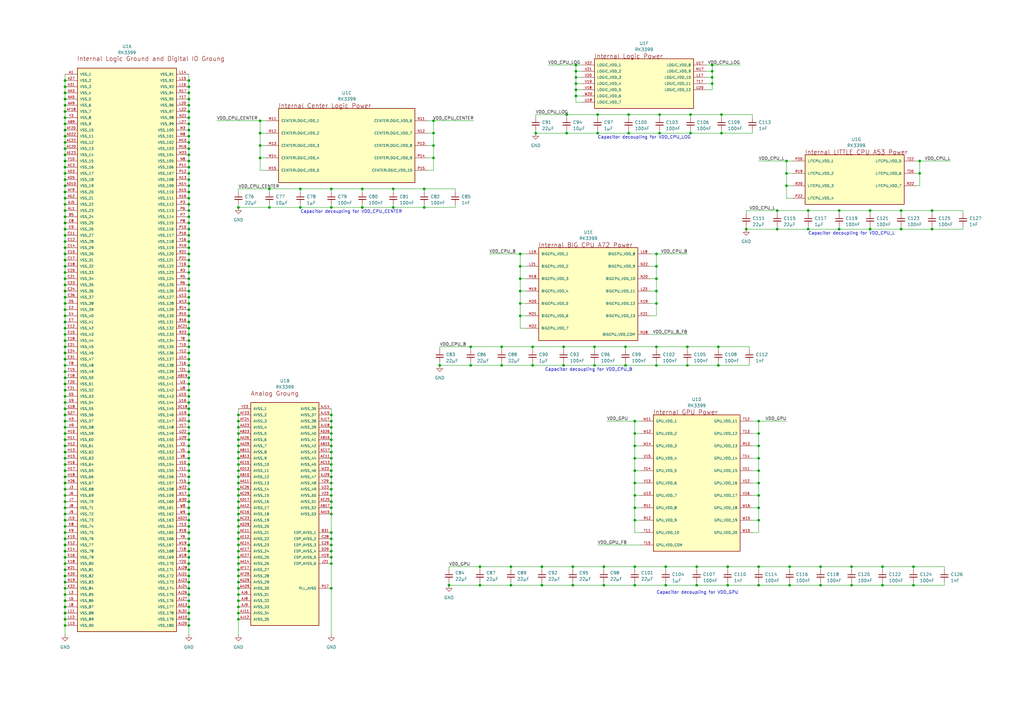
<source format=kicad_sch>
(kicad_sch (version 20230121) (generator eeschema)
  (paper "A3")
  (title_block (title "Power digital and analog processor ") (date "2023-04-05") (rev "A"))
  (junction (at 26.67 124.46))
  (junction (at 77.47 228.6))
  (junction (at 196.85 232.41))
  (junction (at 26.67 53.34))
  (junction (at 231.14 142.24))
  (junction (at 209.55 240.03))
  (junction (at 97.79 180.34))
  (junction (at 243.84 142.24))
  (junction (at 369.57 86.36))
  (junction (at 26.67 114.3))
  (junction (at 231.14 149.86))
  (junction (at 26.67 177.8))
  (junction (at 77.47 251.46))
  (junction (at 269.24 142.24))
  (junction (at 97.79 170.18))
  (junction (at 323.85 240.03))
  (junction (at 281.94 142.24))
  (junction (at 193.04 142.24))
  (junction (at 77.47 208.28))
  (junction (at 26.67 104.14))
  (junction (at 298.45 232.41))
  (junction (at 97.79 203.2))
  (junction (at 135.89 193.04))
  (junction (at 331.47 93.98))
  (junction (at 344.17 86.36))
  (junction (at 294.64 149.86))
  (junction (at 135.89 77.47))
  (junction (at 26.67 198.12))
  (junction (at 269.24 119.38))
  (junction (at 77.47 254))
  (junction (at 213.36 124.46))
  (junction (at 377.19 71.12))
  (junction (at 26.67 68.58))
  (junction (at 26.67 228.6))
  (junction (at 356.87 86.36))
  (junction (at 77.47 96.52))
  (junction (at 26.67 139.7))
  (junction (at 260.35 240.03))
  (junction (at 148.59 77.47))
  (junction (at 97.79 185.42))
  (junction (at 77.47 160.02))
  (junction (at 26.67 60.96))
  (junction (at 77.47 165.1))
  (junction (at 26.67 167.64))
  (junction (at 26.67 172.72))
  (junction (at 77.47 60.96))
  (junction (at 26.67 246.38))
  (junction (at 77.47 114.3))
  (junction (at 292.1 31.75))
  (junction (at 135.89 185.42))
  (junction (at 26.67 48.26))
  (junction (at 26.67 180.34))
  (junction (at 110.49 85.09))
  (junction (at 77.47 35.56))
  (junction (at 270.51 54.61))
  (junction (at 77.47 162.56))
  (junction (at 97.79 254))
  (junction (at 26.67 91.44))
  (junction (at 26.67 142.24))
  (junction (at 97.79 243.84))
  (junction (at 77.47 256.54))
  (junction (at 26.67 134.62))
  (junction (at 77.47 167.64))
  (junction (at 26.67 205.74))
  (junction (at 260.35 182.88))
  (junction (at 26.67 83.82))
  (junction (at 236.22 39.37))
  (junction (at 26.67 88.9))
  (junction (at 97.79 215.9))
  (junction (at 26.67 149.86))
  (junction (at 77.47 101.6))
  (junction (at 26.67 101.6))
  (junction (at 26.67 226.06))
  (junction (at 97.79 182.88))
  (junction (at 135.89 200.66))
  (junction (at 26.67 251.46))
  (junction (at 382.27 93.98))
  (junction (at 369.57 93.98))
  (junction (at 135.89 208.28))
  (junction (at 322.58 71.12))
  (junction (at 26.67 210.82))
  (junction (at 97.79 177.8))
  (junction (at 377.19 66.04))
  (junction (at 26.67 160.02))
  (junction (at 26.67 185.42))
  (junction (at 77.47 38.1))
  (junction (at 26.67 223.52))
  (junction (at 77.47 233.68))
  (junction (at 26.67 121.92))
  (junction (at 135.89 170.18))
  (junction (at 77.47 215.9))
  (junction (at 213.36 104.14))
  (junction (at 173.99 85.09))
  (junction (at 26.67 241.3))
  (junction (at 26.67 132.08))
  (junction (at 336.55 232.41))
  (junction (at 311.15 177.8))
  (junction (at 243.84 149.86))
  (junction (at 311.15 203.2))
  (junction (at 77.47 182.88))
  (junction (at 26.67 93.98))
  (junction (at 382.27 86.36))
  (junction (at 26.67 50.8))
  (junction (at 77.47 86.36))
  (junction (at 97.79 198.12))
  (junction (at 106.68 64.77))
  (junction (at 106.68 49.53))
  (junction (at 26.67 38.1))
  (junction (at 260.35 198.12))
  (junction (at 135.89 180.34))
  (junction (at 77.47 66.04))
  (junction (at 234.95 232.41))
  (junction (at 234.95 240.03))
  (junction (at 77.47 238.76))
  (junction (at 77.47 119.38))
  (junction (at 77.47 236.22))
  (junction (at 177.8 54.61))
  (junction (at 77.47 53.34))
  (junction (at 97.79 233.68))
  (junction (at 77.47 116.84))
  (junction (at 135.89 187.96))
  (junction (at 26.67 73.66))
  (junction (at 97.79 228.6))
  (junction (at 295.91 54.61))
  (junction (at 298.45 240.03))
  (junction (at 26.67 76.2))
  (junction (at 26.67 243.84))
  (junction (at 77.47 218.44))
  (junction (at 26.67 165.1))
  (junction (at 245.11 54.61))
  (junction (at 26.67 116.84))
  (junction (at 257.81 46.99))
  (junction (at 135.89 195.58))
  (junction (at 26.67 154.94))
  (junction (at 77.47 88.9))
  (junction (at 26.67 144.78))
  (junction (at 26.67 187.96))
  (junction (at 311.15 208.28))
  (junction (at 26.67 86.36))
  (junction (at 77.47 139.7))
  (junction (at 135.89 218.44))
  (junction (at 77.47 109.22))
  (junction (at 294.64 142.24))
  (junction (at 135.89 175.26))
  (junction (at 77.47 137.16))
  (junction (at 77.47 48.26))
  (junction (at 26.67 200.66))
  (junction (at 26.67 81.28))
  (junction (at 311.15 172.72))
  (junction (at 292.1 34.29))
  (junction (at 123.19 85.09))
  (junction (at 26.67 170.18))
  (junction (at 123.19 77.47))
  (junction (at 77.47 190.5))
  (junction (at 184.15 240.03))
  (junction (at 97.79 223.52))
  (junction (at 236.22 34.29))
  (junction (at 97.79 172.72))
  (junction (at 77.47 40.64))
  (junction (at 77.47 220.98))
  (junction (at 77.47 55.88))
  (junction (at 311.15 182.88))
  (junction (at 209.55 232.41))
  (junction (at 77.47 104.14))
  (junction (at 97.79 205.74))
  (junction (at 77.47 243.84))
  (junction (at 219.71 54.61))
  (junction (at 77.47 187.96))
  (junction (at 177.8 59.69))
  (junction (at 77.47 78.74))
  (junction (at 77.47 106.68))
  (junction (at 361.95 240.03))
  (junction (at 77.47 111.76))
  (junction (at 269.24 109.22))
  (junction (at 26.67 129.54))
  (junction (at 26.67 35.56))
  (junction (at 77.47 226.06))
  (junction (at 270.51 46.99))
  (junction (at 311.15 193.04))
  (junction (at 173.99 77.47))
  (junction (at 193.04 149.86))
  (junction (at 26.67 190.5))
  (junction (at 161.29 85.09))
  (junction (at 97.79 226.06))
  (junction (at 77.47 121.92))
  (junction (at 77.47 99.06))
  (junction (at 135.89 182.88))
  (junction (at 285.75 240.03))
  (junction (at 26.67 58.42))
  (junction (at 135.89 85.09))
  (junction (at 135.89 203.2))
  (junction (at 135.89 226.06))
  (junction (at 97.79 251.46))
  (junction (at 26.67 254))
  (junction (at 283.21 46.99))
  (junction (at 135.89 198.12))
  (junction (at 247.65 240.03))
  (junction (at 77.47 63.5))
  (junction (at 97.79 175.26))
  (junction (at 106.68 54.61))
  (junction (at 311.15 198.12))
  (junction (at 180.34 149.86))
  (junction (at 77.47 180.34))
  (junction (at 77.47 149.86))
  (junction (at 236.22 29.21))
  (junction (at 26.67 195.58))
  (junction (at 77.47 76.2))
  (junction (at 77.47 248.92))
  (junction (at 77.47 185.42))
  (junction (at 77.47 177.8))
  (junction (at 213.36 129.54))
  (junction (at 77.47 175.26))
  (junction (at 77.47 43.18))
  (junction (at 26.67 213.36))
  (junction (at 26.67 152.4))
  (junction (at 77.47 205.74))
  (junction (at 135.89 241.3))
  (junction (at 273.05 240.03))
  (junction (at 77.47 213.36))
  (junction (at 77.47 170.18))
  (junction (at 77.47 127))
  (junction (at 26.67 220.98))
  (junction (at 322.58 66.04))
  (junction (at 236.22 26.67))
  (junction (at 77.47 154.94))
  (junction (at 232.41 46.99))
  (junction (at 26.67 193.04))
  (junction (at 205.74 149.86))
  (junction (at 196.85 240.03))
  (junction (at 26.67 45.72))
  (junction (at 77.47 50.8))
  (junction (at 213.36 114.3))
  (junction (at 135.89 190.5))
  (junction (at 292.1 26.67))
  (junction (at 97.79 248.92))
  (junction (at 26.67 66.04))
  (junction (at 97.79 190.5))
  (junction (at 336.55 240.03))
  (junction (at 106.68 59.69))
  (junction (at 135.89 210.82))
  (junction (at 318.77 93.98))
  (junction (at 26.67 208.28))
  (junction (at 218.44 142.24))
  (junction (at 97.79 218.44))
  (junction (at 26.67 43.18))
  (junction (at 26.67 175.26))
  (junction (at 77.47 152.4))
  (junction (at 110.49 77.47))
  (junction (at 26.67 96.52))
  (junction (at 26.67 203.2))
  (junction (at 97.79 236.22))
  (junction (at 26.67 127))
  (junction (at 273.05 232.41))
  (junction (at 135.89 177.8))
  (junction (at 77.47 172.72))
  (junction (at 97.79 208.28))
  (junction (at 311.15 213.36))
  (junction (at 260.35 232.41))
  (junction (at 26.67 162.56))
  (junction (at 77.47 129.54))
  (junction (at 26.67 238.76))
  (junction (at 26.67 147.32))
  (junction (at 97.79 187.96))
  (junction (at 322.58 76.2))
  (junction (at 236.22 31.75))
  (junction (at 177.8 49.53))
  (junction (at 349.25 240.03))
  (junction (at 97.79 213.36))
  (junction (at 292.1 29.21))
  (junction (at 245.11 46.99))
  (junction (at 26.67 63.5))
  (junction (at 77.47 223.52))
  (junction (at 77.47 210.82))
  (junction (at 260.35 177.8))
  (junction (at 77.47 132.08))
  (junction (at 26.67 215.9))
  (junction (at 26.67 109.22))
  (junction (at 260.35 172.72))
  (junction (at 77.47 144.78))
  (junction (at 77.47 142.24))
  (junction (at 77.47 203.2))
  (junction (at 26.67 111.76))
  (junction (at 26.67 40.64))
  (junction (at 97.79 85.09))
  (junction (at 256.54 149.86))
  (junction (at 26.67 119.38))
  (junction (at 97.79 210.82))
  (junction (at 218.44 149.86))
  (junction (at 77.47 198.12))
  (junction (at 26.67 248.92))
  (junction (at 77.47 147.32))
  (junction (at 26.67 182.88))
  (junction (at 374.65 232.41))
  (junction (at 77.47 58.42))
  (junction (at 26.67 99.06))
  (junction (at 260.35 187.96))
  (junction (at 26.67 236.22))
  (junction (at 77.47 246.38))
  (junction (at 283.21 54.61))
  (junction (at 97.79 246.38))
  (junction (at 77.47 193.04))
  (junction (at 97.79 241.3))
  (junction (at 311.15 232.41))
  (junction (at 77.47 134.62))
  (junction (at 269.24 149.86))
  (junction (at 344.17 93.98))
  (junction (at 148.59 85.09))
  (junction (at 269.24 104.14))
  (junction (at 311.15 240.03))
  (junction (at 349.25 232.41))
  (junction (at 77.47 241.3))
  (junction (at 77.47 157.48))
  (junction (at 26.67 256.54))
  (junction (at 97.79 195.58))
  (junction (at 26.67 71.12))
  (junction (at 97.79 220.98))
  (junction (at 260.35 203.2))
  (junction (at 256.54 142.24))
  (junction (at 257.81 54.61))
  (junction (at 213.36 119.38))
  (junction (at 361.95 232.41))
  (junction (at 97.79 200.66))
  (junction (at 26.67 106.68))
  (junction (at 135.89 228.6))
  (junction (at 26.67 218.44))
  (junction (at 77.47 93.98))
  (junction (at 26.67 231.14))
  (junction (at 77.47 45.72))
  (junction (at 318.77 86.36))
  (junction (at 135.89 172.72))
  (junction (at 281.94 149.86))
  (junction (at 269.24 114.3))
  (junction (at 311.15 187.96))
  (junction (at 77.47 71.12))
  (junction (at 26.67 33.02))
  (junction (at 77.47 73.66))
  (junction (at 161.29 77.47))
  (junction (at 77.47 33.02))
  (junction (at 269.24 124.46))
  (junction (at 77.47 91.44))
  (junction (at 26.67 157.48))
  (junction (at 77.47 83.82))
  (junction (at 323.85 232.41))
  (junction (at 135.89 231.14))
  (junction (at 232.41 54.61))
  (junction (at 135.89 220.98))
  (junction (at 285.75 232.41))
  (junction (at 26.67 137.16))
  (junction (at 177.8 64.77))
  (junction (at 236.22 36.83))
  (junction (at 77.47 200.66))
  (junction (at 222.25 232.41))
  (junction (at 222.25 240.03))
  (junction (at 213.36 109.22))
  (junction (at 306.07 93.98))
  (junction (at 26.67 233.68))
  (junction (at 260.35 213.36))
  (junction (at 331.47 86.36))
  (junction (at 260.35 208.28))
  (junction (at 77.47 124.46))
  (junction (at 135.89 205.74))
  (junction (at 77.47 195.58))
  (junction (at 247.65 232.41))
  (junction (at 26.67 78.74))
  (junction (at 97.79 238.76))
  (junction (at 260.35 193.04))
  (junction (at 356.87 93.98))
  (junction (at 26.67 55.88))
  (junction (at 374.65 240.03))
  (junction (at 205.74 142.24))
  (junction (at 97.79 231.14))
  (junction (at 295.91 46.99))
  (junction (at 135.89 223.52))
  (junction (at 97.79 193.04))
  (junction (at 77.47 81.28))
  (junction (at 77.47 68.58))
  (junction (at 77.47 231.14))
  (wire (pts (xy 26.67 213.36) (xy 26.67 215.9)))
  (wire (pts (xy 308.61 193.04) (xy 311.15 193.04)))
  (wire (pts (xy 135.89 226.06) (xy 135.89 228.6)))
  (wire (pts (xy 26.67 205.74) (xy 26.67 208.28)))
  (wire (pts (xy 349.25 232.41) (xy 349.25 233.68)))
  (wire (pts (xy 344.17 92.71) (xy 344.17 93.98)))
  (wire (pts (xy 97.79 187.96) (xy 97.79 190.5)))
  (wire (pts (xy 232.41 53.34) (xy 232.41 54.61)))
  (wire (pts (xy 209.55 238.76) (xy 209.55 240.03)))
  (wire (pts (xy 266.7 109.22) (xy 269.24 109.22)))
  (wire (pts (xy 180.34 148.59) (xy 180.34 149.86)))
  (wire (pts (xy 311.15 172.72) (xy 322.58 172.72)))
  (wire (pts (xy 77.47 208.28) (xy 77.47 210.82)))
  (wire (pts (xy 177.8 49.53) (xy 194.31 49.53)))
  (wire (pts (xy 106.68 54.61) (xy 109.22 54.61)))
  (wire (pts (xy 161.29 77.47) (xy 173.99 77.47)))
  (wire (pts (xy 377.19 71.12) (xy 377.19 76.2)))
  (wire (pts (xy 245.11 46.99) (xy 257.81 46.99)))
  (wire (pts (xy 97.79 190.5) (xy 97.79 193.04)))
  (wire (pts (xy 26.67 218.44) (xy 26.67 220.98)))
  (wire (pts (xy 26.67 243.84) (xy 26.67 246.38)))
  (wire (pts (xy 135.89 187.96) (xy 135.89 190.5)))
  (wire (pts (xy 135.89 203.2) (xy 135.89 205.74)))
  (wire (pts (xy 308.61 213.36) (xy 311.15 213.36)))
  (wire (pts (xy 213.36 114.3) (xy 215.9 114.3)))
  (wire (pts (xy 77.47 106.68) (xy 77.47 109.22)))
  (wire (pts (xy 135.89 210.82) (xy 135.89 218.44)))
  (wire (pts (xy 77.47 137.16) (xy 77.47 139.7)))
  (wire (pts (xy 173.99 77.47) (xy 173.99 78.74)))
  (wire (pts (xy 123.19 83.82) (xy 123.19 85.09)))
  (wire (pts (xy 26.67 129.54) (xy 26.67 132.08)))
  (wire (pts (xy 196.85 238.76) (xy 196.85 240.03)))
  (wire (pts (xy 148.59 77.47) (xy 148.59 78.74)))
  (wire (pts (xy 77.47 81.28) (xy 77.47 83.82)))
  (wire (pts (xy 77.47 185.42) (xy 77.47 187.96)))
  (wire (pts (xy 26.67 220.98) (xy 26.67 223.52)))
  (wire (pts (xy 273.05 232.41) (xy 273.05 233.68)))
  (wire (pts (xy 269.24 129.54) (xy 269.24 124.46)))
  (wire (pts (xy 361.95 232.41) (xy 361.95 233.68)))
  (wire (pts (xy 311.15 240.03) (xy 323.85 240.03)))
  (wire (pts (xy 236.22 29.21) (xy 238.76 29.21)))
  (wire (pts (xy 77.47 162.56) (xy 77.47 165.1)))
  (wire (pts (xy 292.1 36.83) (xy 292.1 34.29)))
  (wire (pts (xy 356.87 86.36) (xy 369.57 86.36)))
  (wire (pts (xy 26.67 96.52) (xy 26.67 99.06)))
  (wire (pts (xy 97.79 205.74) (xy 97.79 208.28)))
  (wire (pts (xy 394.97 86.36) (xy 394.97 87.63)))
  (wire (pts (xy 97.79 172.72) (xy 97.79 175.26)))
  (wire (pts (xy 97.79 226.06) (xy 97.79 228.6)))
  (wire (pts (xy 77.47 177.8) (xy 77.47 180.34)))
  (wire (pts (xy 77.47 132.08) (xy 77.47 134.62)))
  (wire (pts (xy 285.75 238.76) (xy 285.75 240.03)))
  (wire (pts (xy 97.79 210.82) (xy 97.79 213.36)))
  (wire (pts (xy 236.22 29.21) (xy 236.22 26.67)))
  (wire (pts (xy 123.19 78.74) (xy 123.19 77.47)))
  (wire (pts (xy 238.76 41.91) (xy 236.22 41.91)))
  (wire (pts (xy 193.04 142.24) (xy 205.74 142.24)))
  (wire (pts (xy 135.89 177.8) (xy 135.89 180.34)))
  (wire (pts (xy 97.79 218.44) (xy 97.79 220.98)))
  (wire (pts (xy 336.55 240.03) (xy 349.25 240.03)))
  (wire (pts (xy 26.67 104.14) (xy 26.67 106.68)))
  (wire (pts (xy 77.47 93.98) (xy 77.47 96.52)))
  (wire (pts (xy 26.67 114.3) (xy 26.67 116.84)))
  (wire (pts (xy 177.8 54.61) (xy 177.8 59.69)))
  (wire (pts (xy 256.54 142.24) (xy 256.54 143.51)))
  (wire (pts (xy 215.9 134.62) (xy 213.36 134.62)))
  (wire (pts (xy 97.79 180.34) (xy 97.79 182.88)))
  (wire (pts (xy 269.24 142.24) (xy 269.24 143.51)))
  (wire (pts (xy 257.81 46.99) (xy 257.81 48.26)))
  (wire (pts (xy 110.49 85.09) (xy 123.19 85.09)))
  (wire (pts (xy 298.45 232.41) (xy 285.75 232.41)))
  (wire (pts (xy 260.35 172.72) (xy 260.35 177.8)))
  (wire (pts (xy 26.67 246.38) (xy 26.67 248.92)))
  (wire (pts (xy 135.89 231.14) (xy 135.89 241.3)))
  (wire (pts (xy 269.24 109.22) (xy 269.24 104.14)))
  (wire (pts (xy 303.53 26.67) (xy 292.1 26.67)))
  (wire (pts (xy 295.91 54.61) (xy 308.61 54.61)))
  (wire (pts (xy 77.47 40.64) (xy 77.47 43.18)))
  (wire (pts (xy 110.49 77.47) (xy 110.49 78.74)))
  (wire (pts (xy 97.79 233.68) (xy 97.79 236.22)))
  (wire (pts (xy 175.26 49.53) (xy 177.8 49.53)))
  (wire (pts (xy 123.19 85.09) (xy 135.89 85.09)))
  (wire (pts (xy 260.35 182.88) (xy 262.89 182.88)))
  (wire (pts (xy 331.47 86.36) (xy 344.17 86.36)))
  (wire (pts (xy 213.36 124.46) (xy 213.36 119.38)))
  (wire (pts (xy 260.35 177.8) (xy 262.89 177.8)))
  (wire (pts (xy 323.85 238.76) (xy 323.85 240.03)))
  (wire (pts (xy 213.36 109.22) (xy 213.36 114.3)))
  (wire (pts (xy 336.55 232.41) (xy 323.85 232.41)))
  (wire (pts (xy 97.79 241.3) (xy 97.79 243.84)))
  (wire (pts (xy 77.47 68.58) (xy 77.47 71.12)))
  (wire (pts (xy 77.47 116.84) (xy 77.47 119.38)))
  (wire (pts (xy 26.67 152.4) (xy 26.67 154.94)))
  (wire (pts (xy 26.67 190.5) (xy 26.67 193.04)))
  (wire (pts (xy 26.67 38.1) (xy 26.67 40.64)))
  (wire (pts (xy 266.7 124.46) (xy 269.24 124.46)))
  (wire (pts (xy 260.35 198.12) (xy 262.89 198.12)))
  (wire (pts (xy 26.67 127) (xy 26.67 129.54)))
  (wire (pts (xy 234.95 232.41) (xy 222.25 232.41)))
  (wire (pts (xy 77.47 119.38) (xy 77.47 121.92)))
  (wire (pts (xy 77.47 88.9) (xy 77.47 91.44)))
  (wire (pts (xy 135.89 83.82) (xy 135.89 85.09)))
  (wire (pts (xy 77.47 127) (xy 77.47 129.54)))
  (wire (pts (xy 26.67 177.8) (xy 26.67 180.34)))
  (wire (pts (xy 77.47 63.5) (xy 77.47 66.04)))
  (wire (pts (xy 97.79 220.98) (xy 97.79 223.52)))
  (wire (pts (xy 26.67 241.3) (xy 26.67 243.84)))
  (wire (pts (xy 97.79 182.88) (xy 97.79 185.42)))
  (wire (pts (xy 285.75 240.03) (xy 298.45 240.03)))
  (wire (pts (xy 106.68 64.77) (xy 109.22 64.77)))
  (wire (pts (xy 243.84 142.24) (xy 243.84 143.51)))
  (wire (pts (xy 135.89 218.44) (xy 135.89 220.98)))
  (wire (pts (xy 308.61 218.44) (xy 311.15 218.44)))
  (wire (pts (xy 97.79 195.58) (xy 97.79 198.12)))
  (wire (pts (xy 375.92 71.12) (xy 377.19 71.12)))
  (wire (pts (xy 26.67 86.36) (xy 26.67 88.9)))
  (wire (pts (xy 311.15 218.44) (xy 311.15 213.36)))
  (wire (pts (xy 77.47 210.82) (xy 77.47 213.36)))
  (wire (pts (xy 97.79 248.92) (xy 97.79 251.46)))
  (wire (pts (xy 196.85 232.41) (xy 184.15 232.41)))
  (wire (pts (xy 77.47 114.3) (xy 77.47 116.84)))
  (wire (pts (xy 236.22 34.29) (xy 238.76 34.29)))
  (wire (pts (xy 77.47 83.82) (xy 77.47 86.36)))
  (wire (pts (xy 283.21 46.99) (xy 295.91 46.99)))
  (wire (pts (xy 175.26 59.69) (xy 177.8 59.69)))
  (wire (pts (xy 231.14 149.86) (xy 243.84 149.86)))
  (wire (pts (xy 382.27 86.36) (xy 382.27 87.63)))
  (wire (pts (xy 77.47 200.66) (xy 77.47 203.2)))
  (wire (pts (xy 336.55 232.41) (xy 336.55 233.68)))
  (wire (pts (xy 26.67 170.18) (xy 26.67 172.72)))
  (wire (pts (xy 200.66 104.14) (xy 213.36 104.14)))
  (wire (pts (xy 135.89 193.04) (xy 135.89 195.58)))
  (wire (pts (xy 232.41 46.99) (xy 232.41 48.26)))
  (wire (pts (xy 106.68 59.69) (xy 109.22 59.69)))
  (wire (pts (xy 77.47 238.76) (xy 77.47 241.3)))
  (wire (pts (xy 161.29 83.82) (xy 161.29 85.09)))
  (wire (pts (xy 213.36 109.22) (xy 215.9 109.22)))
  (wire (pts (xy 224.79 26.67) (xy 236.22 26.67)))
  (wire (pts (xy 269.24 142.24) (xy 281.94 142.24)))
  (wire (pts (xy 26.67 167.64) (xy 26.67 170.18)))
  (wire (pts (xy 77.47 43.18) (xy 77.47 45.72)))
  (wire (pts (xy 97.79 185.42) (xy 97.79 187.96)))
  (wire (pts (xy 26.67 132.08) (xy 26.67 134.62)))
  (wire (pts (xy 236.22 26.67) (xy 238.76 26.67)))
  (wire (pts (xy 270.51 46.99) (xy 283.21 46.99)))
  (wire (pts (xy 260.35 203.2) (xy 262.89 203.2)))
  (wire (pts (xy 26.67 185.42) (xy 26.67 187.96)))
  (wire (pts (xy 298.45 233.68) (xy 298.45 232.41)))
  (wire (pts (xy 77.47 35.56) (xy 77.47 38.1)))
  (wire (pts (xy 260.35 193.04) (xy 262.89 193.04)))
  (wire (pts (xy 106.68 49.53) (xy 109.22 49.53)))
  (wire (pts (xy 148.59 77.47) (xy 161.29 77.47)))
  (wire (pts (xy 135.89 190.5) (xy 135.89 193.04)))
  (wire (pts (xy 77.47 109.22) (xy 77.47 111.76)))
  (wire (pts (xy 213.36 134.62) (xy 213.36 129.54)))
  (wire (pts (xy 193.04 142.24) (xy 193.04 143.51)))
  (wire (pts (xy 273.05 232.41) (xy 260.35 232.41)))
  (wire (pts (xy 231.14 142.24) (xy 231.14 143.51)))
  (wire (pts (xy 369.57 92.71) (xy 369.57 93.98)))
  (wire (pts (xy 318.77 86.36) (xy 331.47 86.36)))
  (wire (pts (xy 266.7 114.3) (xy 269.24 114.3)))
  (wire (pts (xy 135.89 185.42) (xy 135.89 187.96)))
  (wire (pts (xy 77.47 71.12) (xy 77.47 73.66)))
  (wire (pts (xy 331.47 93.98) (xy 344.17 93.98)))
  (wire (pts (xy 97.79 77.47) (xy 110.49 77.47)))
  (wire (pts (xy 307.34 143.51) (xy 307.34 142.24)))
  (wire (pts (xy 356.87 93.98) (xy 369.57 93.98)))
  (wire (pts (xy 260.35 172.72) (xy 262.89 172.72)))
  (wire (pts (xy 260.35 232.41) (xy 247.65 232.41)))
  (wire (pts (xy 26.67 175.26) (xy 26.67 177.8)))
  (wire (pts (xy 349.25 232.41) (xy 336.55 232.41)))
  (wire (pts (xy 375.92 66.04) (xy 377.19 66.04)))
  (wire (pts (xy 306.07 93.98) (xy 318.77 93.98)))
  (wire (pts (xy 213.36 124.46) (xy 215.9 124.46)))
  (wire (pts (xy 292.1 29.21) (xy 292.1 26.67)))
  (wire (pts (xy 292.1 34.29) (xy 292.1 31.75)))
  (wire (pts (xy 308.61 177.8) (xy 311.15 177.8)))
  (wire (pts (xy 356.87 86.36) (xy 356.87 87.63)))
  (wire (pts (xy 26.67 236.22) (xy 26.67 238.76)))
  (wire (pts (xy 245.11 223.52) (xy 262.89 223.52)))
  (wire (pts (xy 222.25 232.41) (xy 222.25 233.68)))
  (wire (pts (xy 77.47 33.02) (xy 77.47 35.56)))
  (wire (pts (xy 26.67 157.48) (xy 26.67 160.02)))
  (wire (pts (xy 257.81 54.61) (xy 270.51 54.61)))
  (wire (pts (xy 234.95 232.41) (xy 234.95 233.68)))
  (wire (pts (xy 213.36 129.54) (xy 215.9 129.54)))
  (wire (pts (xy 308.61 46.99) (xy 308.61 48.26)))
  (wire (pts (xy 97.79 83.82) (xy 97.79 85.09)))
  (wire (pts (xy 294.64 142.24) (xy 307.34 142.24)))
  (wire (pts (xy 26.67 33.02) (xy 26.67 35.56)))
  (wire (pts (xy 247.65 232.41) (xy 247.65 233.68)))
  (wire (pts (xy 236.22 36.83) (xy 238.76 36.83)))
  (wire (pts (xy 97.79 167.64) (xy 97.79 170.18)))
  (wire (pts (xy 26.67 162.56) (xy 26.67 165.1)))
  (wire (pts (xy 77.47 243.84) (xy 77.47 246.38)))
  (wire (pts (xy 77.47 76.2) (xy 77.47 78.74)))
  (wire (pts (xy 135.89 220.98) (xy 135.89 223.52)))
  (wire (pts (xy 322.58 76.2) (xy 325.12 76.2)))
  (wire (pts (xy 97.79 208.28) (xy 97.79 210.82)))
  (wire (pts (xy 262.89 218.44) (xy 260.35 218.44)))
  (wire (pts (xy 234.95 238.76) (xy 234.95 240.03)))
  (wire (pts (xy 135.89 170.18) (xy 135.89 172.72)))
  (wire (pts (xy 97.79 213.36) (xy 97.79 215.9)))
  (wire (pts (xy 173.99 83.82) (xy 173.99 85.09)))
  (wire (pts (xy 77.47 223.52) (xy 77.47 226.06)))
  (wire (pts (xy 77.47 215.9) (xy 77.47 218.44)))
  (wire (pts (xy 256.54 148.59) (xy 256.54 149.86)))
  (wire (pts (xy 236.22 41.91) (xy 236.22 39.37)))
  (wire (pts (xy 193.04 149.86) (xy 205.74 149.86)))
  (wire (pts (xy 77.47 218.44) (xy 77.47 220.98)))
  (wire (pts (xy 77.47 73.66) (xy 77.47 76.2)))
  (wire (pts (xy 219.71 54.61) (xy 232.41 54.61)))
  (wire (pts (xy 77.47 38.1) (xy 77.47 40.64)))
  (wire (pts (xy 218.44 148.59) (xy 218.44 149.86)))
  (wire (pts (xy 26.67 109.22) (xy 26.67 111.76)))
  (wire (pts (xy 26.67 180.34) (xy 26.67 182.88)))
  (wire (pts (xy 135.89 167.64) (xy 135.89 170.18)))
  (wire (pts (xy 97.79 193.04) (xy 97.79 195.58)))
  (wire (pts (xy 26.67 119.38) (xy 26.67 121.92)))
  (wire (pts (xy 26.67 43.18) (xy 26.67 45.72)))
  (wire (pts (xy 26.67 35.56) (xy 26.67 38.1)))
  (wire (pts (xy 77.47 142.24) (xy 77.47 144.78)))
  (wire (pts (xy 285.75 232.41) (xy 285.75 233.68)))
  (wire (pts (xy 184.15 240.03) (xy 196.85 240.03)))
  (wire (pts (xy 269.24 104.14) (xy 281.94 104.14)))
  (wire (pts (xy 205.74 142.24) (xy 218.44 142.24)))
  (wire (pts (xy 219.71 46.99) (xy 232.41 46.99)))
  (wire (pts (xy 285.75 232.41) (xy 273.05 232.41)))
  (wire (pts (xy 196.85 232.41) (xy 196.85 233.68)))
  (wire (pts (xy 281.94 142.24) (xy 281.94 143.51)))
  (wire (pts (xy 77.47 220.98) (xy 77.47 223.52)))
  (wire (pts (xy 77.47 203.2) (xy 77.47 205.74)))
  (wire (pts (xy 135.89 77.47) (xy 148.59 77.47)))
  (wire (pts (xy 322.58 76.2) (xy 322.58 71.12)))
  (wire (pts (xy 97.79 223.52) (xy 97.79 226.06)))
  (wire (pts (xy 247.65 240.03) (xy 260.35 240.03)))
  (wire (pts (xy 77.47 121.92) (xy 77.47 124.46)))
  (wire (pts (xy 219.71 53.34) (xy 219.71 54.61)))
  (wire (pts (xy 344.17 86.36) (xy 344.17 87.63)))
  (wire (pts (xy 77.47 129.54) (xy 77.47 132.08)))
  (wire (pts (xy 26.67 226.06) (xy 26.67 228.6)))
  (wire (pts (xy 311.15 232.41) (xy 298.45 232.41)))
  (wire (pts (xy 196.85 240.03) (xy 209.55 240.03)))
  (wire (pts (xy 245.11 54.61) (xy 257.81 54.61)))
  (wire (pts (xy 109.22 69.85) (xy 106.68 69.85)))
  (wire (pts (xy 26.67 144.78) (xy 26.67 147.32)))
  (wire (pts (xy 323.85 232.41) (xy 323.85 233.68)))
  (wire (pts (xy 97.79 238.76) (xy 97.79 241.3)))
  (wire (pts (xy 26.67 66.04) (xy 26.67 68.58)))
  (wire (pts (xy 26.67 233.68) (xy 26.67 236.22)))
  (wire (pts (xy 322.58 81.28) (xy 322.58 76.2)))
  (wire (pts (xy 106.68 69.85) (xy 106.68 64.77)))
  (wire (pts (xy 209.55 232.41) (xy 209.55 233.68)))
  (wire (pts (xy 161.29 77.47) (xy 161.29 78.74)))
  (wire (pts (xy 256.54 142.24) (xy 269.24 142.24)))
  (wire (pts (xy 97.79 243.84) (xy 97.79 246.38)))
  (wire (pts (xy 26.67 256.54) (xy 26.67 260.35)))
  (wire (pts (xy 311.15 203.2) (xy 311.15 198.12)))
  (wire (pts (xy 289.56 34.29) (xy 292.1 34.29)))
  (wire (pts (xy 135.89 241.3) (xy 135.89 260.35)))
  (wire (pts (xy 238.76 39.37) (xy 236.22 39.37)))
  (wire (pts (xy 307.34 149.86) (xy 294.64 149.86)))
  (wire (pts (xy 97.79 246.38) (xy 97.79 248.92)))
  (wire (pts (xy 236.22 34.29) (xy 236.22 31.75)))
  (wire (pts (xy 26.67 195.58) (xy 26.67 198.12)))
  (wire (pts (xy 344.17 93.98) (xy 356.87 93.98)))
  (wire (pts (xy 213.36 104.14) (xy 215.9 104.14)))
  (wire (pts (xy 266.7 104.14) (xy 269.24 104.14)))
  (wire (pts (xy 294.64 148.59) (xy 294.64 149.86)))
  (wire (pts (xy 298.45 240.03) (xy 298.45 238.76)))
  (wire (pts (xy 123.19 77.47) (xy 135.89 77.47)))
  (wire (pts (xy 26.67 101.6) (xy 26.67 104.14)))
  (wire (pts (xy 97.79 236.22) (xy 97.79 238.76)))
  (wire (pts (xy 374.65 232.41) (xy 387.35 232.41)))
  (wire (pts (xy 26.67 228.6) (xy 26.67 231.14)))
  (wire (pts (xy 26.67 88.9) (xy 26.67 91.44)))
  (wire (pts (xy 77.47 187.96) (xy 77.47 190.5)))
  (wire (pts (xy 180.34 149.86) (xy 193.04 149.86)))
  (wire (pts (xy 260.35 193.04) (xy 260.35 198.12)))
  (wire (pts (xy 26.67 63.5) (xy 26.67 66.04)))
  (wire (pts (xy 361.95 232.41) (xy 349.25 232.41)))
  (wire (pts (xy 26.67 53.34) (xy 26.67 55.88)))
  (wire (pts (xy 26.67 121.92) (xy 26.67 124.46)))
  (wire (pts (xy 77.47 248.92) (xy 77.47 251.46)))
  (wire (pts (xy 311.15 213.36) (xy 311.15 208.28)))
  (wire (pts (xy 266.7 137.16) (xy 281.94 137.16)))
  (wire (pts (xy 106.68 54.61) (xy 106.68 49.53)))
  (wire (pts (xy 349.25 238.76) (xy 349.25 240.03)))
  (wire (pts (xy 77.47 228.6) (xy 77.47 231.14)))
  (wire (pts (xy 374.65 233.68) (xy 374.65 232.41)))
  (wire (pts (xy 283.21 53.34) (xy 283.21 54.61)))
  (wire (pts (xy 135.89 223.52) (xy 135.89 226.06)))
  (wire (pts (xy 295.91 53.34) (xy 295.91 54.61)))
  (wire (pts (xy 97.79 175.26) (xy 97.79 177.8)))
  (wire (pts (xy 97.79 228.6) (xy 97.79 231.14)))
  (wire (pts (xy 247.65 238.76) (xy 247.65 240.03)))
  (wire (pts (xy 374.65 240.03) (xy 387.35 240.03)))
  (wire (pts (xy 266.7 119.38) (xy 269.24 119.38)))
  (wire (pts (xy 177.8 64.77) (xy 177.8 69.85)))
  (wire (pts (xy 281.94 149.86) (xy 294.64 149.86)))
  (wire (pts (xy 218.44 149.86) (xy 231.14 149.86)))
  (wire (pts (xy 243.84 148.59) (xy 243.84 149.86)))
  (wire (pts (xy 325.12 81.28) (xy 322.58 81.28)))
  (wire (pts (xy 236.22 31.75) (xy 236.22 29.21)))
  (wire (pts (xy 175.26 69.85) (xy 177.8 69.85)))
  (wire (pts (xy 77.47 45.72) (xy 77.47 48.26)))
  (wire (pts (xy 289.56 29.21) (xy 292.1 29.21)))
  (wire (pts (xy 77.47 182.88) (xy 77.47 185.42)))
  (wire (pts (xy 77.47 134.62) (xy 77.47 137.16)))
  (wire (pts (xy 260.35 240.03) (xy 273.05 240.03)))
  (wire (pts (xy 77.47 111.76) (xy 77.47 114.3)))
  (wire (pts (xy 77.47 213.36) (xy 77.47 215.9)))
  (wire (pts (xy 135.89 180.34) (xy 135.89 182.88)))
  (wire (pts (xy 306.07 92.71) (xy 306.07 93.98)))
  (wire (pts (xy 77.47 99.06) (xy 77.47 101.6)))
  (wire (pts (xy 281.94 148.59) (xy 281.94 149.86)))
  (wire (pts (xy 218.44 142.24) (xy 218.44 143.51)))
  (wire (pts (xy 369.57 86.36) (xy 382.27 86.36)))
  (wire (pts (xy 26.67 182.88) (xy 26.67 185.42)))
  (wire (pts (xy 26.67 78.74) (xy 26.67 81.28)))
  (wire (pts (xy 26.67 193.04) (xy 26.67 195.58)))
  (wire (pts (xy 26.67 40.64) (xy 26.67 43.18)))
  (wire (pts (xy 260.35 208.28) (xy 260.35 213.36)))
  (wire (pts (xy 26.67 58.42) (xy 26.67 60.96)))
  (wire (pts (xy 26.67 200.66) (xy 26.67 203.2)))
  (wire (pts (xy 222.25 238.76) (xy 222.25 240.03)))
  (wire (pts (xy 26.67 147.32) (xy 26.67 149.86)))
  (wire (pts (xy 77.47 101.6) (xy 77.47 104.14)))
  (wire (pts (xy 215.9 119.38) (xy 213.36 119.38)))
  (wire (pts (xy 308.61 172.72) (xy 311.15 172.72)))
  (wire (pts (xy 26.67 154.94) (xy 26.67 157.48)))
  (wire (pts (xy 186.69 77.47) (xy 186.69 78.74)))
  (wire (pts (xy 97.79 251.46) (xy 97.79 254)))
  (wire (pts (xy 26.67 81.28) (xy 26.67 83.82)))
  (wire (pts (xy 308.61 198.12) (xy 311.15 198.12)))
  (wire (pts (xy 260.35 238.76) (xy 260.35 240.03)))
  (wire (pts (xy 106.68 64.77) (xy 106.68 59.69)))
  (wire (pts (xy 256.54 149.86) (xy 269.24 149.86)))
  (wire (pts (xy 273.05 240.03) (xy 285.75 240.03)))
  (wire (pts (xy 77.47 60.96) (xy 77.47 63.5)))
  (wire (pts (xy 26.67 55.88) (xy 26.67 58.42)))
  (wire (pts (xy 175.26 54.61) (xy 177.8 54.61)))
  (wire (pts (xy 236.22 39.37) (xy 236.22 36.83)))
  (wire (pts (xy 173.99 77.47) (xy 186.69 77.47)))
  (wire (pts (xy 77.47 251.46) (xy 77.47 254)))
  (wire (pts (xy 77.47 96.52) (xy 77.47 99.06)))
  (wire (pts (xy 387.35 233.68) (xy 387.35 232.41)))
  (wire (pts (xy 180.34 142.24) (xy 193.04 142.24)))
  (wire (pts (xy 270.51 46.99) (xy 270.51 48.26)))
  (wire (pts (xy 26.67 76.2) (xy 26.67 78.74)))
  (wire (pts (xy 26.67 203.2) (xy 26.67 205.74)))
  (wire (pts (xy 323.85 232.41) (xy 311.15 232.41)))
  (wire (pts (xy 377.19 66.04) (xy 389.89 66.04)))
  (wire (pts (xy 77.47 53.34) (xy 77.47 55.88)))
  (wire (pts (xy 283.21 54.61) (xy 295.91 54.61)))
  (wire (pts (xy 231.14 148.59) (xy 231.14 149.86)))
  (wire (pts (xy 135.89 85.09) (xy 148.59 85.09)))
  (wire (pts (xy 77.47 246.38) (xy 77.47 248.92)))
  (wire (pts (xy 77.47 78.74) (xy 77.47 81.28)))
  (wire (pts (xy 77.47 231.14) (xy 77.47 233.68)))
  (wire (pts (xy 236.22 36.83) (xy 236.22 34.29)))
  (wire (pts (xy 306.07 86.36) (xy 318.77 86.36)))
  (wire (pts (xy 26.67 223.52) (xy 26.67 226.06)))
  (wire (pts (xy 26.67 50.8) (xy 26.67 53.34)))
  (wire (pts (xy 311.15 232.41) (xy 311.15 233.68)))
  (wire (pts (xy 77.47 55.88) (xy 77.47 58.42)))
  (wire (pts (xy 77.47 104.14) (xy 77.47 106.68)))
  (wire (pts (xy 77.47 124.46) (xy 77.47 127)))
  (wire (pts (xy 289.56 36.83) (xy 292.1 36.83)))
  (wire (pts (xy 97.79 203.2) (xy 97.79 205.74)))
  (wire (pts (xy 374.65 232.41) (xy 361.95 232.41)))
  (wire (pts (xy 77.47 226.06) (xy 77.47 228.6)))
  (wire (pts (xy 375.92 76.2) (xy 377.19 76.2)))
  (wire (pts (xy 311.15 198.12) (xy 311.15 193.04)))
  (wire (pts (xy 135.89 228.6) (xy 135.89 231.14)))
  (wire (pts (xy 26.67 149.86) (xy 26.67 152.4)))
  (wire (pts (xy 311.15 187.96) (xy 311.15 182.88)))
  (wire (pts (xy 180.34 142.24) (xy 180.34 143.51)))
  (wire (pts (xy 289.56 31.75) (xy 292.1 31.75)))
  (wire (pts (xy 97.79 77.47) (xy 97.79 78.74)))
  (wire (pts (xy 270.51 53.34) (xy 270.51 54.61)))
  (wire (pts (xy 260.35 208.28) (xy 262.89 208.28)))
  (wire (pts (xy 26.67 254) (xy 26.67 256.54)))
  (wire (pts (xy 260.35 187.96) (xy 260.35 193.04)))
  (wire (pts (xy 331.47 92.71) (xy 331.47 93.98)))
  (wire (pts (xy 26.67 124.46) (xy 26.67 127)))
  (wire (pts (xy 269.24 124.46) (xy 269.24 119.38)))
  (wire (pts (xy 161.29 85.09) (xy 173.99 85.09)))
  (wire (pts (xy 394.97 92.71) (xy 394.97 93.98)))
  (wire (pts (xy 308.61 203.2) (xy 311.15 203.2)))
  (wire (pts (xy 77.47 165.1) (xy 77.47 167.64)))
  (wire (pts (xy 26.67 99.06) (xy 26.67 101.6)))
  (wire (pts (xy 307.34 148.59) (xy 307.34 149.86)))
  (wire (pts (xy 77.47 149.86) (xy 77.47 152.4)))
  (wire (pts (xy 205.74 149.86) (xy 218.44 149.86)))
  (wire (pts (xy 260.35 177.8) (xy 260.35 182.88)))
  (wire (pts (xy 88.9 49.53) (xy 106.68 49.53)))
  (wire (pts (xy 97.79 254) (xy 97.79 260.35)))
  (wire (pts (xy 218.44 142.24) (xy 231.14 142.24)))
  (wire (pts (xy 295.91 46.99) (xy 308.61 46.99)))
  (wire (pts (xy 97.79 215.9) (xy 97.79 218.44)))
  (wire (pts (xy 26.67 215.9) (xy 26.67 218.44)))
  (wire (pts (xy 308.61 53.34) (xy 308.61 54.61)))
  (wire (pts (xy 234.95 240.03) (xy 247.65 240.03)))
  (wire (pts (xy 205.74 143.51) (xy 205.74 142.24)))
  (wire (pts (xy 77.47 256.54) (xy 77.47 260.35)))
  (wire (pts (xy 77.47 254) (xy 77.47 256.54)))
  (wire (pts (xy 222.25 232.41) (xy 209.55 232.41)))
  (wire (pts (xy 219.71 46.99) (xy 219.71 48.26)))
  (wire (pts (xy 387.35 238.76) (xy 387.35 240.03)))
  (wire (pts (xy 245.11 53.34) (xy 245.11 54.61)))
  (wire (pts (xy 173.99 85.09) (xy 186.69 85.09)))
  (wire (pts (xy 311.15 182.88) (xy 311.15 177.8)))
  (wire (pts (xy 222.25 240.03) (xy 234.95 240.03)))
  (wire (pts (xy 292.1 31.75) (xy 292.1 29.21)))
  (wire (pts (xy 26.67 248.92) (xy 26.67 251.46)))
  (wire (pts (xy 294.64 142.24) (xy 294.64 143.51)))
  (wire (pts (xy 209.55 240.03) (xy 222.25 240.03)))
  (wire (pts (xy 77.47 66.04) (xy 77.47 68.58)))
  (wire (pts (xy 266.7 129.54) (xy 269.24 129.54)))
  (wire (pts (xy 135.89 198.12) (xy 135.89 200.66)))
  (wire (pts (xy 77.47 241.3) (xy 77.47 243.84)))
  (wire (pts (xy 209.55 232.41) (xy 196.85 232.41)))
  (wire (pts (xy 26.67 198.12) (xy 26.67 200.66)))
  (wire (pts (xy 356.87 92.71) (xy 356.87 93.98)))
  (wire (pts (xy 289.56 26.67) (xy 292.1 26.67)))
  (wire (pts (xy 26.67 165.1) (xy 26.67 167.64)))
  (wire (pts (xy 243.84 142.24) (xy 256.54 142.24)))
  (wire (pts (xy 186.69 83.82) (xy 186.69 85.09)))
  (wire (pts (xy 257.81 46.99) (xy 270.51 46.99)))
  (wire (pts (xy 377.19 71.12) (xy 377.19 66.04)))
  (wire (pts (xy 318.77 86.36) (xy 318.77 87.63)))
  (wire (pts (xy 311.15 208.28) (xy 311.15 203.2)))
  (wire (pts (xy 77.47 190.5) (xy 77.47 193.04)))
  (wire (pts (xy 322.58 71.12) (xy 322.58 66.04)))
  (wire (pts (xy 247.65 232.41) (xy 234.95 232.41)))
  (wire (pts (xy 26.67 73.66) (xy 26.67 76.2)))
  (wire (pts (xy 26.67 251.46) (xy 26.67 254)))
  (wire (pts (xy 260.35 182.88) (xy 260.35 187.96)))
  (wire (pts (xy 135.89 205.74) (xy 135.89 208.28)))
  (wire (pts (xy 184.15 232.41) (xy 184.15 233.68)))
  (wire (pts (xy 135.89 208.28) (xy 135.89 210.82)))
  (wire (pts (xy 77.47 205.74) (xy 77.47 208.28)))
  (wire (pts (xy 77.47 160.02) (xy 77.47 162.56)))
  (wire (pts (xy 175.26 64.77) (xy 177.8 64.77)))
  (wire (pts (xy 245.11 48.26) (xy 245.11 46.99)))
  (wire (pts (xy 260.35 198.12) (xy 260.35 203.2)))
  (wire (pts (xy 270.51 54.61) (xy 283.21 54.61)))
  (wire (pts (xy 135.89 200.66) (xy 135.89 203.2)))
  (wire (pts (xy 318.77 93.98) (xy 331.47 93.98)))
  (wire (pts (xy 77.47 30.48) (xy 77.47 33.02)))
  (wire (pts (xy 283.21 46.99) (xy 283.21 48.26)))
  (wire (pts (xy 382.27 86.36) (xy 394.97 86.36)))
  (wire (pts (xy 298.45 240.03) (xy 311.15 240.03)))
  (wire (pts (xy 26.67 83.82) (xy 26.67 86.36)))
  (wire (pts (xy 77.47 233.68) (xy 77.47 236.22)))
  (wire (pts (xy 77.47 147.32) (xy 77.47 149.86)))
  (wire (pts (xy 26.67 210.82) (xy 26.67 213.36)))
  (wire (pts (xy 77.47 167.64) (xy 77.47 170.18)))
  (wire (pts (xy 257.81 53.34) (xy 257.81 54.61)))
  (wire (pts (xy 26.67 116.84) (xy 26.67 119.38)))
  (wire (pts (xy 77.47 154.94) (xy 77.47 157.48)))
  (wire (pts (xy 26.67 187.96) (xy 26.67 190.5)))
  (wire (pts (xy 26.67 231.14) (xy 26.67 233.68)))
  (wire (pts (xy 26.67 137.16) (xy 26.67 139.7)))
  (wire (pts (xy 213.36 104.14) (xy 213.36 109.22)))
  (wire (pts (xy 77.47 170.18) (xy 77.47 172.72)))
  (wire (pts (xy 77.47 195.58) (xy 77.47 198.12)))
  (wire (pts (xy 213.36 129.54) (xy 213.36 124.46)))
  (wire (pts (xy 26.67 139.7) (xy 26.67 142.24)))
  (wire (pts (xy 26.67 93.98) (xy 26.67 96.52)))
  (wire (pts (xy 318.77 92.71) (xy 318.77 93.98)))
  (wire (pts (xy 306.07 86.36) (xy 306.07 87.63)))
  (wire (pts (xy 26.67 91.44) (xy 26.67 93.98)))
  (wire (pts (xy 231.14 142.24) (xy 243.84 142.24)))
  (wire (pts (xy 260.35 213.36) (xy 260.35 218.44)))
  (wire (pts (xy 26.67 45.72) (xy 26.67 48.26)))
  (wire (pts (xy 97.79 198.12) (xy 97.79 200.66)))
  (wire (pts (xy 331.47 87.63) (xy 331.47 86.36)))
  (wire (pts (xy 135.89 182.88) (xy 135.89 185.42)))
  (wire (pts (xy 77.47 139.7) (xy 77.47 142.24)))
  (wire (pts (xy 273.05 238.76) (xy 273.05 240.03)))
  (wire (pts (xy 148.59 83.82) (xy 148.59 85.09)))
  (wire (pts (xy 361.95 238.76) (xy 361.95 240.03)))
  (wire (pts (xy 243.84 149.86) (xy 256.54 149.86)))
  (wire (pts (xy 26.67 30.48) (xy 26.67 33.02)))
  (wire (pts (xy 308.61 187.96) (xy 311.15 187.96)))
  (wire (pts (xy 148.59 85.09) (xy 161.29 85.09)))
  (wire (pts (xy 260.35 213.36) (xy 262.89 213.36)))
  (wire (pts (xy 26.67 208.28) (xy 26.67 210.82)))
  (wire (pts (xy 382.27 93.98) (xy 394.97 93.98)))
  (wire (pts (xy 232.41 54.61) (xy 245.11 54.61)))
  (wire (pts (xy 77.47 193.04) (xy 77.47 195.58)))
  (wire (pts (xy 213.36 114.3) (xy 213.36 119.38)))
  (wire (pts (xy 77.47 50.8) (xy 77.47 53.34)))
  (wire (pts (xy 374.65 240.03) (xy 374.65 238.76)))
  (wire (pts (xy 77.47 152.4) (xy 77.47 154.94)))
  (wire (pts (xy 110.49 77.47) (xy 123.19 77.47)))
  (wire (pts (xy 26.67 172.72) (xy 26.67 175.26)))
  (wire (pts (xy 269.24 149.86) (xy 281.94 149.86)))
  (wire (pts (xy 135.89 172.72) (xy 135.89 175.26)))
  (wire (pts (xy 369.57 93.98) (xy 382.27 93.98)))
  (wire (pts (xy 77.47 58.42) (xy 77.47 60.96)))
  (wire (pts (xy 77.47 144.78) (xy 77.47 147.32)))
  (wire (pts (xy 77.47 180.34) (xy 77.47 182.88)))
  (wire (pts (xy 26.67 60.96) (xy 26.67 63.5)))
  (wire (pts (xy 308.61 208.28) (xy 311.15 208.28)))
  (wire (pts (xy 361.95 240.03) (xy 374.65 240.03)))
  (wire (pts (xy 281.94 142.24) (xy 294.64 142.24)))
  (wire (pts (xy 349.25 240.03) (xy 361.95 240.03)))
  (wire (pts (xy 26.67 160.02) (xy 26.67 162.56)))
  (wire (pts (xy 97.79 231.14) (xy 97.79 233.68)))
  (wire (pts (xy 26.67 106.68) (xy 26.67 109.22)))
  (wire (pts (xy 26.67 134.62) (xy 26.67 137.16)))
  (wire (pts (xy 97.79 85.09) (xy 110.49 85.09)))
  (wire (pts (xy 248.92 172.72) (xy 260.35 172.72)))
  (wire (pts (xy 26.67 238.76) (xy 26.67 241.3)))
  (wire (pts (xy 26.67 142.24) (xy 26.67 144.78)))
  (wire (pts (xy 322.58 71.12) (xy 325.12 71.12)))
  (wire (pts (xy 382.27 92.71) (xy 382.27 93.98)))
  (wire (pts (xy 323.85 240.03) (xy 336.55 240.03)))
  (wire (pts (xy 308.61 182.88) (xy 311.15 182.88)))
  (wire (pts (xy 77.47 157.48) (xy 77.47 160.02)))
  (wire (pts (xy 135.89 175.26) (xy 135.89 177.8)))
  (wire (pts (xy 97.79 200.66) (xy 97.79 203.2)))
  (wire (pts (xy 26.67 71.12) (xy 26.67 73.66)))
  (wire (pts (xy 322.58 66.04) (xy 325.12 66.04)))
  (wire (pts (xy 344.17 86.36) (xy 356.87 86.36)))
  (wire (pts (xy 260.35 187.96) (xy 262.89 187.96)))
  (wire (pts (xy 311.15 177.8) (xy 311.15 172.72)))
  (wire (pts (xy 269.24 148.59) (xy 269.24 149.86)))
  (wire (pts (xy 260.35 203.2) (xy 260.35 208.28)))
  (wire (pts (xy 311.15 193.04) (xy 311.15 187.96)))
  (wire (pts (xy 110.49 83.82) (xy 110.49 85.09)))
  (wire (pts (xy 106.68 59.69) (xy 106.68 54.61)))
  (wire (pts (xy 177.8 59.69) (xy 177.8 64.77)))
  (wire (pts (xy 269.24 119.38) (xy 269.24 114.3)))
  (wire (pts (xy 26.67 68.58) (xy 26.67 71.12)))
  (wire (pts (xy 311.15 238.76) (xy 311.15 240.03)))
  (wire (pts (xy 311.15 66.04) (xy 322.58 66.04)))
  (wire (pts (xy 236.22 31.75) (xy 238.76 31.75)))
  (wire (pts (xy 97.79 177.8) (xy 97.79 180.34)))
  (wire (pts (xy 97.79 170.18) (xy 97.79 172.72)))
  (wire (pts (xy 77.47 91.44) (xy 77.47 93.98)))
  (wire (pts (xy 177.8 49.53) (xy 177.8 54.61)))
  (wire (pts (xy 26.67 111.76) (xy 26.67 114.3)))
  (wire (pts (xy 369.57 86.36) (xy 369.57 87.63)))
  (wire (pts (xy 77.47 48.26) (xy 77.47 50.8)))
  (wire (pts (xy 232.41 46.99) (xy 245.11 46.99)))
  (wire (pts (xy 295.91 46.99) (xy 295.91 48.26)))
  (wire (pts (xy 26.67 48.26) (xy 26.67 50.8)))
  (wire (pts (xy 77.47 175.26) (xy 77.47 177.8)))
  (wire (pts (xy 193.04 148.59) (xy 193.04 149.86)))
  (wire (pts (xy 77.47 236.22) (xy 77.47 238.76)))
  (wire (pts (xy 77.47 172.72) (xy 77.47 175.26)))
  (wire (pts (xy 336.55 238.76) (xy 336.55 240.03)))
  (wire (pts (xy 135.89 195.58) (xy 135.89 198.12)))
  (wire (pts (xy 205.74 148.59) (xy 205.74 149.86)))
  (wire (pts (xy 77.47 86.36) (xy 77.47 88.9)))
  (wire (pts (xy 135.89 77.47) (xy 135.89 78.74)))
  (wire (pts (xy 269.24 114.3) (xy 269.24 109.22)))
  (wire (pts (xy 260.35 232.41) (xy 260.35 233.68)))
  (wire (pts (xy 77.47 198.12) (xy 77.47 200.66)))
  (wire (pts (xy 184.15 238.76) (xy 184.15 240.03)))
  (text "Capacitor decoupling for VDD_GPU\n" (at 269.24 243.84 0) (effects (font (size 1.27 1.27)) (justify left bottom)))
  (text "Capacitor decoupling for VDD_CPU_L" (at 331.47 96.52 0) (effects (font (size 1.27 1.27)) (justify left bottom)))
  (text "Capacitor decoupling for VDD_CPU_CENTER" (at 123.19 87.63 0) (effects (font (size 1.27 1.27)) (justify left bottom)))
  (text "Capacitor decoupling for VDD_CPU_B" (at 223.52 152.4 0) (effects (font (size 1.27 1.27)) (justify left bottom)))
  (text "Capacitor decoupling for VDD_CPU_LOG" (at 245.11 57.15 0) (effects (font (size 1.27 1.27)) (justify left bottom)))
  (label "VDD_CPU_B" (at 281.94 104.14 180))
  (label "VDD_CPU_CENTER" (at 194.31 49.53 180))
  (label "VDD_CPU_LOG" (at 303.53 26.67 180))
  (label "VDD_GPU" (at 248.92 172.72 0))
  (label "VDD_CPU_CENTER" (at 97.79 77.47 0))
  (label "VDD_GPU_FB" (at 245.11 223.52 0))
  (label "VDD_CPU_L" (at 311.15 66.04 0))
  (label "VDD_CPU_L" (at 389.89 66.04 180))
  (label "VDD_CPU_B" (at 200.66 104.14 0))
  (label "VDD_GPU" (at 322.58 172.72 180))
  (label "VDD_CPU_L" (at 307.34 86.36 0))
  (label "VDD_CPU_LOG" (at 219.71 46.99 0))
  (label "VDD_CPU_B_FB" (at 281.94 137.16 180))
  (label "VDD_CPU_B" (at 180.34 142.24 0))
  (label "VDD_CPU_LOG" (at 224.79 26.67 0))
  (label "VDD_CPU_CENTER" (at 88.9 49.53 0))
  (label "VDD_GPU" (at 184.15 232.41 0))
  (symbol (lib_name "GND_1") (lib_id "power:GND") (at 219.71 54.61 0) (unit 1)
    (property "Reference" "#PWR052" (effects hide))
    (property "Value" "GND" (at 219.71 59.69 0))
  )
  (symbol (lib_name "GND_1") (lib_id "power:GND") (at 306.07 93.98 0) (unit 1)
    (property "Reference" "#PWR053" (effects hide))
    (property "Value" "GND" (at 306.07 99.06 0))
  )
  (symbol (lib_id "RK3399:RK3399") (at 52.07 144.78 0) (unit 1)
    (property "Reference" "U1" (at 52.07 19.05 0))
    (property "Value" "RK3399" (at 52.07 21.59 0))
    (property "Footprint" "BGA828C65P31X31_2100X2100X161N" (effects hide))
    (property "Price" "None" (effects hide))
    (property "MP" "RK3399" (effects hide))
    (property "Availability" "Not in stock" (effects hide))
    (property "Description" "RK3399 ROCK Pi 4 Model A 2GB - ARM® Cortex®-A53, Cortex®-A72 MPU Embedded Evaluation Board" (effects hide))
    (property "Package" "Seeed Technology" (effects hide))
    (property "MF" "Rockchip" (effects hide))
    (property "Sim.Enable" "0" (effects hide))
  )
  (symbol (lib_id "Device:C_Small") (at 247.65 236.22 0) (unit 1)
    (property "Reference" "C98" (at 250.19 234.9562 0) (effects (justify left)))
    (property "Value" "22µF" (at 250.19 237.4962 0) (effects (justify left)))
    (property "Footprint" "Capacitor_SMD:C_0603_1608Metric" (effects hide))
  )
  (symbol (lib_name "GND_1") (lib_id "power:GND") (at 97.79 260.35 0) (unit 1)
    (property "Reference" "#PWR048" (effects hide))
    (property "Value" "GND" (at 97.79 265.43 0))
  )
  (symbol (lib_id "Device:C_Small") (at 311.15 236.22 0) (unit 1)
    (property "Reference" "C114" (at 313.69 235.5913 0) (effects (justify left)))
    (property "Value" "100nF" (at 313.69 238.1313 0) (effects (justify left)))
    (property "Footprint" "Capacitor_SMD:C_0201_0603Metric" (effects hide))
  )
  (symbol (lib_id "Device:C_Small") (at 344.17 90.17 0) (unit 1)
    (property "Reference" "C119" (at 346.71 89.5413 0) (effects (justify left)))
    (property "Value" "100nF" (at 346.71 92.0813 0) (effects (justify left)))
    (property "Footprint" "Capacitor_SMD:C_0201_0603Metric" (effects hide))
  )
  (symbol (lib_id "Device:C_Small") (at 394.97 90.17 0) (unit 1)
    (property "Reference" "C127" (at 397.51 89.5413 0) (effects (justify left)))
    (property "Value" "1nF" (at 397.51 92.0813 0) (effects (justify left)))
    (property "Footprint" "Capacitor_SMD:C_0201_0603Metric" (effects hide))
  )
  (symbol (lib_id "RK3399:RK3399") (at 142.24 59.69 0) (unit 3)
    (property "Reference" "U1" (at 142.24 38.1 0))
    (property "Value" "RK3399" (at 142.24 40.64 0))
    (property "Footprint" "BGA828C65P31X31_2100X2100X161N" (effects hide))
    (property "Price" "None" (effects hide))
    (property "MP" "RK3399" (effects hide))
    (property "Availability" "Not in stock" (effects hide))
    (property "Description" "RK3399 ROCK Pi 4 Model A 2GB - ARM® Cortex®-A53, Cortex®-A72 MPU Embedded Evaluation Board" (effects hide))
    (property "Package" "Seeed Technology" (effects hide))
    (property "MF" "Rockchip" (effects hide))
    (property "Sim.Enable" "0" (effects hide))
  )
  (symbol (lib_id "Device:C_Small") (at 298.45 236.22 0) (unit 1)
    (property "Reference" "C110" (at 300.99 235.5913 0) (effects (justify left)))
    (property "Value" "1nF" (at 300.99 238.1313 0) (effects (justify left)))
    (property "Footprint" "Capacitor_SMD:C_0201_0603Metric" (effects hide))
  )
  (symbol (lib_id "Device:C_Small") (at 234.95 236.22 0) (unit 1)
    (property "Reference" "C95" (at 237.49 234.9562 0) (effects (justify left)))
    (property "Value" "22µF" (at 237.49 237.4962 0) (effects (justify left)))
    (property "Footprint" "Capacitor_SMD:C_0603_1608Metric" (effects hide))
  )
  (symbol (lib_id "Device:C_Small") (at 257.81 50.8 0) (unit 1)
    (property "Reference" "C100" (at 260.35 50.1713 0) (effects (justify left)))
    (property "Value" "100nF" (at 260.35 52.7113 0) (effects (justify left)))
    (property "Footprint" "Capacitor_SMD:C_0201_0603Metric" (effects hide))
  )
  (symbol (lib_id "Device:C_Small") (at 331.47 90.17 0) (unit 1)
    (property "Reference" "C117" (at 334.01 89.5413 0) (effects (justify left)))
    (property "Value" "1µF" (at 334.01 92.0813 0) (effects (justify left)))
    (property "Footprint" "Capacitor_SMD:C_0402_1005Metric" (effects hide))
  )
  (symbol (lib_name "GND_1") (lib_id "power:GND") (at 180.34 149.86 0) (unit 1)
    (property "Reference" "#PWR050" (effects hide))
    (property "Value" "GND" (at 180.34 154.94 0))
  )
  (symbol (lib_id "Device:C_Small") (at 323.85 236.22 0) (unit 1)
    (property "Reference" "C116" (at 326.39 235.5913 0) (effects (justify left)))
    (property "Value" "100nF" (at 326.39 238.1313 0) (effects (justify left)))
    (property "Footprint" "Capacitor_SMD:C_0201_0603Metric" (effects hide))
  )
  (symbol (lib_id "Device:C_Small") (at 349.25 236.22 0) (unit 1)
    (property "Reference" "C120" (at 351.79 235.5913 0) (effects (justify left)))
    (property "Value" "100nF" (at 351.79 238.1313 0) (effects (justify left)))
    (property "Footprint" "Capacitor_SMD:C_0201_0603Metric" (effects hide))
  )
  (symbol (lib_name "GND_1") (lib_id "power:GND") (at 26.67 260.35 0) (unit 1)
    (property "Reference" "#PWR045" (effects hide))
    (property "Value" "GND" (at 26.67 265.43 0))
  )
  (symbol (lib_id "Device:C_Small") (at 184.15 236.22 0) (unit 1)
    (property "Reference" "C84" (at 186.69 234.9562 0) (effects (justify left)))
    (property "Value" "22µF" (at 186.69 237.4962 0) (effects (justify left)))
    (property "Footprint" "Capacitor_SMD:C_0603_1608Metric" (effects hide))
  )
  (symbol (lib_id "Device:C_Small") (at 307.34 146.05 0) (unit 1)
    (property "Reference" "C112" (at 309.88 145.4213 0) (effects (justify left)))
    (property "Value" "1nF" (at 309.88 147.9613 0) (effects (justify left)))
    (property "Footprint" "Capacitor_SMD:C_0201_0603Metric" (effects hide))
  )
  (symbol (lib_id "Device:C_Small") (at 148.59 81.28 0) (unit 1)
    (property "Reference" "C80" (at 151.13 80.6513 0) (effects (justify left)))
    (property "Value" "100nF" (at 151.13 83.1913 0) (effects (justify left)))
    (property "Footprint" "Capacitor_SMD:C_0201_0603Metric" (effects hide))
  )
  (symbol (lib_id "Device:C_Small") (at 308.61 50.8 0) (unit 1)
    (property "Reference" "C113" (at 311.15 50.1713 0) (effects (justify left)))
    (property "Value" "1nF" (at 311.15 52.7113 0) (effects (justify left)))
    (property "Footprint" "Capacitor_SMD:C_0201_0603Metric" (effects hide))
  )
  (symbol (lib_id "Device:C_Small") (at 243.84 146.05 0) (unit 1)
    (property "Reference" "C96" (at 246.38 145.4213 0) (effects (justify left)))
    (property "Value" "100nF" (at 246.38 147.9613 0) (effects (justify left)))
    (property "Footprint" "Capacitor_SMD:C_0201_0603Metric" (effects hide))
  )
  (symbol (lib_id "Device:C_Small") (at 295.91 50.8 0) (unit 1)
    (property "Reference" "C109" (at 298.45 50.1713 0) (effects (justify left)))
    (property "Value" "100nF" (at 298.45 52.7113 0) (effects (justify left)))
    (property "Footprint" "Capacitor_SMD:C_0201_0603Metric" (effects hide))
  )
  (symbol (lib_id "Device:C_Small") (at 270.51 50.8 0) (unit 1)
    (property "Reference" "C103" (at 273.05 50.1713 0) (effects (justify left)))
    (property "Value" "100nF" (at 273.05 52.7113 0) (effects (justify left)))
    (property "Footprint" "Capacitor_SMD:C_0201_0603Metric" (effects hide))
  )
  (symbol (lib_id "RK3399:RK3399") (at 285.75 198.12 0) (unit 4)
    (property "Reference" "U1" (at 285.75 163.83 0))
    (property "Value" "RK3399" (at 285.75 166.37 0))
    (property "Footprint" "BGA828C65P31X31_2100X2100X161N" (effects hide))
    (property "Price" "None" (effects hide))
    (property "MP" "RK3399" (effects hide))
    (property "Availability" "Not in stock" (effects hide))
    (property "Description" "RK3399 ROCK Pi 4 Model A 2GB - ARM® Cortex®-A53, Cortex®-A72 MPU Embedded Evaluation Board" (effects hide))
    (property "Package" "Seeed Technology" (effects hide))
    (property "MF" "Rockchip" (effects hide))
    (property "Sim.Enable" "0" (effects hide))
  )
  (symbol (lib_id "Device:C_Small") (at 209.55 236.22 0) (unit 1)
    (property "Reference" "C89" (at 212.09 234.9562 0) (effects (justify left)))
    (property "Value" "22µF" (at 212.09 237.4962 0) (effects (justify left)))
    (property "Footprint" "Capacitor_SMD:C_0603_1608Metric" (effects hide))
  )
  (symbol (lib_id "Device:C_Small") (at 374.65 236.22 0) (unit 1)
    (property "Reference" "C124" (at 377.19 235.5913 0) (effects (justify left)))
    (property "Value" "100nF" (at 377.19 238.1313 0) (effects (justify left)))
    (property "Footprint" "Capacitor_SMD:C_0201_0603Metric" (effects hide))
  )
  (symbol (lib_id "Device:C_Small") (at 387.35 236.22 0) (unit 1)
    (property "Reference" "C126" (at 389.89 235.5913 0) (effects (justify left)))
    (property "Value" "1nF" (at 389.89 238.1313 0) (effects (justify left)))
    (property "Footprint" "Capacitor_SMD:C_0201_0603Metric" (effects hide))
  )
  (symbol (lib_id "Device:C_Small") (at 294.64 146.05 0) (unit 1)
    (property "Reference" "C108" (at 297.18 145.4213 0) (effects (justify left)))
    (property "Value" "100nF" (at 297.18 147.9613 0) (effects (justify left)))
    (property "Footprint" "Capacitor_SMD:C_0201_0603Metric" (effects hide))
  )
  (symbol (lib_id "Device:C_Small") (at 110.49 81.28 0) (unit 1)
    (property "Reference" "C77" (at 113.03 80.6513 0) (effects (justify left)))
    (property "Value" "10µF" (at 113.03 83.1913 0) (effects (justify left)))
    (property "Footprint" "Capacitor_SMD:C_0402_1005Metric" (effects hide))
  )
  (symbol (lib_id "Device:C_Small") (at 283.21 50.8 0) (unit 1)
    (property "Reference" "C106" (at 285.75 50.1713 0) (effects (justify left)))
    (property "Value" "100nF" (at 285.75 52.7113 0) (effects (justify left)))
    (property "Footprint" "Capacitor_SMD:C_0201_0603Metric" (effects hide))
  )
  (symbol (lib_id "RK3399:RK3399") (at 241.3 119.38 0) (unit 5)
    (property "Reference" "U1" (at 241.3 95.25 0))
    (property "Value" "RK3399" (at 241.3 97.79 0))
    (property "Footprint" "BGA828C65P31X31_2100X2100X161N" (effects hide))
    (property "Price" "None" (effects hide))
    (property "MP" "RK3399" (effects hide))
    (property "Availability" "Not in stock" (effects hide))
    (property "Description" "RK3399 ROCK Pi 4 Model A 2GB - ARM® Cortex®-A53, Cortex®-A72 MPU Embedded Evaluation Board" (effects hide))
    (property "Package" "Seeed Technology" (effects hide))
    (property "MF" "Rockchip" (effects hide))
    (property "Sim.Enable" "0" (effects hide))
  )
  (symbol (lib_id "Device:C_Small") (at 123.19 81.28 0) (unit 1)
    (property "Reference" "C78" (at 125.73 80.6513 0) (effects (justify left)))
    (property "Value" "1µF" (at 125.73 83.1913 0) (effects (justify left)))
    (property "Footprint" "Capacitor_SMD:C_0402_1005Metric" (effects hide))
  )
  (symbol (lib_id "Device:C_Small") (at 260.35 236.22 0) (unit 1)
    (property "Reference" "C101" (at 262.89 234.9562 0) (effects (justify left)))
    (property "Value" "22µF" (at 262.89 237.4962 0) (effects (justify left)))
    (property "Footprint" "Capacitor_SMD:C_0603_1608Metric" (effects hide))
  )
  (symbol (lib_id "Device:C_Small") (at 361.95 236.22 0) (unit 1)
    (property "Reference" "C122" (at 364.49 235.5913 0) (effects (justify left)))
    (property "Value" "100nF" (at 364.49 238.1313 0) (effects (justify left)))
    (property "Footprint" "Capacitor_SMD:C_0201_0603Metric" (effects hide))
  )
  (symbol (lib_name "GND_1") (lib_id "power:GND") (at 97.79 85.09 0) (unit 1)
    (property "Reference" "#PWR047" (effects hide))
    (property "Value" "GND" (at 97.79 90.17 0))
  )
  (symbol (lib_name "GND_1") (lib_id "power:GND") (at 77.47 260.35 0) (unit 1)
    (property "Reference" "#PWR046" (effects hide))
    (property "Value" "GND" (at 77.47 265.43 0))
  )
  (symbol (lib_id "Device:C_Small") (at 193.04 146.05 0) (unit 1)
    (property "Reference" "C86" (at 195.58 145.4213 0) (effects (justify left)))
    (property "Value" "22µF" (at 195.58 147.9613 0) (effects (justify left)))
    (property "Footprint" "Capacitor_SMD:C_0201_0603Metric" (effects hide))
  )
  (symbol (lib_id "Device:C_Small") (at 336.55 236.22 0) (unit 1)
    (property "Reference" "C118" (at 339.09 235.5913 0) (effects (justify left)))
    (property "Value" "100nF" (at 339.09 238.1313 0) (effects (justify left)))
    (property "Footprint" "Capacitor_SMD:C_0201_0603Metric" (effects hide))
  )
  (symbol (lib_id "Device:C_Small") (at 173.99 81.28 0) (unit 1)
    (property "Reference" "C82" (at 176.53 80.6513 0) (effects (justify left)))
    (property "Value" "100nF" (at 176.53 83.1913 0) (effects (justify left)))
    (property "Footprint" "Capacitor_SMD:C_0201_0603Metric" (effects hide))
  )
  (symbol (lib_id "Device:C_Small") (at 269.24 146.05 0) (unit 1)
    (property "Reference" "C102" (at 271.78 145.4213 0) (effects (justify left)))
    (property "Value" "100nF" (at 271.78 147.9613 0) (effects (justify left)))
    (property "Footprint" "Capacitor_SMD:C_0201_0603Metric" (effects hide))
  )
  (symbol (lib_id "Device:C_Small") (at 245.11 50.8 0) (unit 1)
    (property "Reference" "C97" (at 247.65 50.1713 0) (effects (justify left)))
    (property "Value" "1µF" (at 247.65 52.7113 0) (effects (justify left)))
    (property "Footprint" "Capacitor_SMD:C_0402_1005Metric" (effects hide))
  )
  (symbol (lib_id "Device:C_Small") (at 186.69 81.28 0) (unit 1)
    (property "Reference" "C85" (at 189.23 80.6513 0) (effects (justify left)))
    (property "Value" "1nF" (at 189.23 83.1913 0) (effects (justify left)))
    (property "Footprint" "Capacitor_SMD:C_0201_0603Metric" (effects hide))
  )
  (symbol (lib_id "RK3399:RK3399") (at 350.52 73.66 0) (unit 7)
    (property "Reference" "U1" (at 351.2118 57.15 0))
    (property "Value" "RK3399" (at 351.2118 59.69 0))
    (property "Footprint" "BGA828C65P31X31_2100X2100X161N" (effects hide))
    (property "Price" "None" (effects hide))
    (property "MP" "RK3399" (effects hide))
    (property "Availability" "Not in stock" (effects hide))
    (property "Description" "RK3399 ROCK Pi 4 Model A 2GB - ARM® Cortex®-A53, Cortex®-A72 MPU Embedded Evaluation Board" (effects hide))
    (property "Package" "Seeed Technology" (effects hide))
    (property "MF" "Rockchip" (effects hide))
    (property "Sim.Enable" "0" (effects hide))
  )
  (symbol (lib_id "Device:C_Small") (at 281.94 146.05 0) (unit 1)
    (property "Reference" "C105" (at 284.48 145.4213 0) (effects (justify left)))
    (property "Value" "100nF" (at 284.48 147.9613 0) (effects (justify left)))
    (property "Footprint" "Capacitor_SMD:C_0201_0603Metric" (effects hide))
  )
  (symbol (lib_id "Device:C_Small") (at 222.25 236.22 0) (unit 1)
    (property "Reference" "C92" (at 224.79 234.9562 0) (effects (justify left)))
    (property "Value" "22µF" (at 224.79 237.4962 0) (effects (justify left)))
    (property "Footprint" "Capacitor_SMD:C_0603_1608Metric" (effects hide))
  )
  (symbol (lib_id "Device:C_Small") (at 135.89 81.28 0) (unit 1)
    (property "Reference" "C79" (at 138.43 80.6513 0) (effects (justify left)))
    (property "Value" "100nF" (at 138.43 83.1913 0) (effects (justify left)))
    (property "Footprint" "Capacitor_SMD:C_0201_0603Metric" (effects hide))
  )
  (symbol (lib_id "Device:C_Small") (at 180.34 146.05 0) (unit 1)
    (property "Reference" "C83" (at 182.88 145.4213 0) (effects (justify left)))
    (property "Value" "22µF" (at 182.88 147.9613 0) (effects (justify left)))
    (property "Footprint" "Capacitor_SMD:C_0603_1608Metric" (effects hide))
  )
  (symbol (lib_name "GND_1") (lib_id "power:GND") (at 135.89 260.35 0) (unit 1)
    (property "Reference" "#PWR049" (effects hide))
    (property "Value" "GND" (at 135.89 265.43 0))
  )
  (symbol (lib_id "Device:C_Small") (at 205.74 146.05 0) (unit 1)
    (property "Reference" "C88" (at 208.28 145.4213 0) (effects (justify left)))
    (property "Value" "22µF" (at 208.28 147.9613 0) (effects (justify left)))
    (property "Footprint" "Capacitor_SMD:C_0201_0603Metric" (effects hide))
  )
  (symbol (lib_id "Device:C_Small") (at 218.44 146.05 0) (unit 1)
    (property "Reference" "C90" (at 220.98 145.4213 0) (effects (justify left)))
    (property "Value" "1µF" (at 220.98 147.9613 0) (effects (justify left)))
    (property "Footprint" "Capacitor_SMD:C_0402_1005Metric" (effects hide))
  )
  (symbol (lib_id "Device:C_Small") (at 196.85 236.22 0) (unit 1)
    (property "Reference" "C87" (at 199.39 234.9562 0) (effects (justify left)))
    (property "Value" "22µF" (at 199.39 237.4962 0) (effects (justify left)))
    (property "Footprint" "Capacitor_SMD:C_0603_1608Metric" (effects hide))
  )
  (symbol (lib_id "Device:C_Small") (at 356.87 90.17 0) (unit 1)
    (property "Reference" "C121" (at 359.41 89.5413 0) (effects (justify left)))
    (property "Value" "100nF" (at 359.41 92.0813 0) (effects (justify left)))
    (property "Footprint" "Capacitor_SMD:C_0201_0603Metric" (effects hide))
  )
  (symbol (lib_id "Device:C_Small") (at 256.54 146.05 0) (unit 1)
    (property "Reference" "C99" (at 259.08 145.4213 0) (effects (justify left)))
    (property "Value" "100nF" (at 259.08 147.9613 0) (effects (justify left)))
    (property "Footprint" "Capacitor_SMD:C_0201_0603Metric" (effects hide))
  )
  (symbol (lib_id "Device:C_Small") (at 285.75 236.22 0) (unit 1)
    (property "Reference" "C107" (at 288.29 235.5913 0) (effects (justify left)))
    (property "Value" "100nF" (at 288.29 238.1313 0) (effects (justify left)))
    (property "Footprint" "Capacitor_SMD:C_0201_0603Metric" (effects hide))
  )
  (symbol (lib_id "Device:C_Small") (at 273.05 236.22 0) (unit 1)
    (property "Reference" "C104" (at 275.59 235.5913 0) (effects (justify left)))
    (property "Value" "1µF" (at 275.59 238.1313 0) (effects (justify left)))
    (property "Footprint" "Capacitor_SMD:C_0402_1005Metric" (effects hide))
  )
  (symbol (lib_id "Device:C_Small") (at 369.57 90.17 0) (unit 1)
    (property "Reference" "C123" (at 372.11 89.5413 0) (effects (justify left)))
    (property "Value" "100nF" (at 372.11 92.0813 0) (effects (justify left)))
    (property "Footprint" "Capacitor_SMD:C_0201_0603Metric" (effects hide))
  )
  (symbol (lib_id "RK3399:RK3399") (at 118.11 210.82 0) (unit 2)
    (property "Reference" "U1" (at 116.84 156.21 0))
    (property "Value" "RK3399" (at 116.84 158.75 0))
    (property "Footprint" "BGA828C65P31X31_2100X2100X161N" (effects hide))
    (property "Price" "None" (effects hide))
    (property "MP" "RK3399" (effects hide))
    (property "Availability" "Not in stock" (effects hide))
    (property "Description" "RK3399 ROCK Pi 4 Model A 2GB - ARM® Cortex®-A53, Cortex®-A72 MPU Embedded Evaluation Board" (effects hide))
    (property "Package" "Seeed Technology" (effects hide))
    (property "MF" "Rockchip" (effects hide))
    (property "Sim.Enable" "0" (effects hide))
  )
  (symbol (lib_id "Device:C_Small") (at 318.77 90.17 0) (unit 1)
    (property "Reference" "C115" (at 321.31 89.5413 0) (effects (justify left)))
    (property "Value" "22µF" (at 321.31 92.0813 0) (effects (justify left)))
    (property "Footprint" "Capacitor_SMD:C_0201_0603Metric" (effects hide))
  )
  (symbol (lib_id "Device:C_Small") (at 219.71 50.8 0) (unit 1)
    (property "Reference" "C91" (at 222.25 50.1713 0) (effects (justify left)))
    (property "Value" "22µF" (at 222.25 52.7113 0) (effects (justify left)))
    (property "Footprint" "Capacitor_SMD:C_0603_1608Metric" (effects hide))
  )
  (symbol (lib_id "Device:C_Small") (at 232.41 50.8 0) (unit 1)
    (property "Reference" "C94" (at 234.95 50.1713 0) (effects (justify left)))
    (property "Value" "10µF" (at 234.95 52.7113 0) (effects (justify left)))
    (property "Footprint" "Capacitor_SMD:C_0402_1005Metric" (effects hide))
  )
  (symbol (lib_id "Device:C_Small") (at 97.79 81.28 0) (unit 1)
    (property "Reference" "C76" (at 100.33 80.6513 0) (effects (justify left)))
    (property "Value" "22µF" (at 100.33 83.1913 0) (effects (justify left)))
    (property "Footprint" "Capacitor_SMD:C_0603_1608Metric" (effects hide))
  )
  (symbol (lib_name "GND_1") (lib_id "power:GND") (at 184.15 240.03 0) (unit 1)
    (property "Reference" "#PWR051" (effects hide))
    (property "Value" "GND" (at 184.15 245.11 0))
  )
  (symbol (lib_id "RK3399:RK3399") (at 264.16 34.29 0) (unit 6)
    (property "Reference" "U1" (at 264.16 17.78 0))
    (property "Value" "RK3399" (at 264.16 20.32 0))
    (property "Footprint" "BGA828C65P31X31_2100X2100X161N" (effects hide))
    (property "Price" "None" (effects hide))
    (property "MP" "RK3399" (effects hide))
    (property "Availability" "Not in stock" (effects hide))
    (property "Description" "RK3399 ROCK Pi 4 Model A 2GB - ARM® Cortex®-A53, Cortex®-A72 MPU Embedded Evaluation Board" (effects hide))
    (property "Package" "Seeed Technology" (effects hide))
    (property "MF" "Rockchip" (effects hide))
    (property "Sim.Enable" "0" (effects hide))
  )
  (symbol (lib_id "Device:C_Small") (at 161.29 81.28 0) (unit 1)
    (property "Reference" "C81" (at 163.83 80.6513 0) (effects (justify left)))
    (property "Value" "100nF" (at 163.83 83.1913 0) (effects (justify left)))
    (property "Footprint" "Capacitor_SMD:C_0201_0603Metric" (effects hide))
  )
  (symbol (lib_id "Device:C_Small") (at 231.14 146.05 0) (unit 1)
    (property "Reference" "C93" (at 233.68 145.4213 0) (effects (justify left)))
    (property "Value" "100nF" (at 233.68 147.9613 0) (effects (justify left)))
    (property "Footprint" "Capacitor_SMD:C_0201_0603Metric" (effects hide))
  )
  (symbol (lib_id "Device:C_Small") (at 382.27 90.17 0) (unit 1)
    (property "Reference" "C125" (at 384.81 89.5413 0) (effects (justify left)))
    (property "Value" "100nF" (at 384.81 92.0813 0) (effects (justify left)))
    (property "Footprint" "Capacitor_SMD:C_0201_0603Metric" (effects hide))
  )
  (symbol (lib_id "Device:C_Small") (at 306.07 90.17 0) (unit 1)
    (property "Reference" "C111" (at 308.61 89.5413 0) (effects (justify left)))
    (property "Value" "22µF" (at 308.61 92.0813 0) (effects (justify left)))
    (property "Footprint" "Capacitor_SMD:C_0603_1608Metric" (effects hide))
  )
)
</source>
